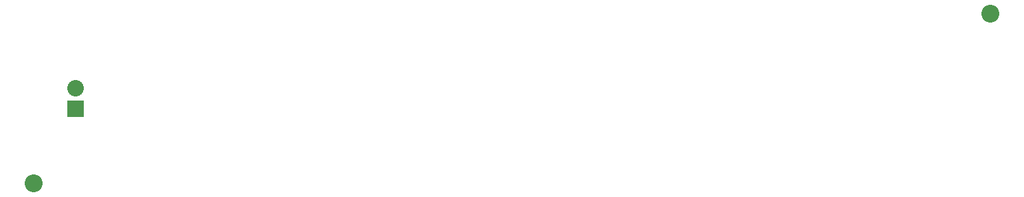
<source format=gbr>
G04 EAGLE Gerber RS-274X export*
G75*
%MOMM*%
%FSLAX34Y34*%
%LPD*%
%INSoldermask Bottom*%
%IPPOS*%
%AMOC8*
5,1,8,0,0,1.08239X$1,22.5*%
G01*
%ADD10C,2.203200*%
%ADD11R,2.036000X2.036000*%
%ADD12C,2.036000*%


D10*
X-20000Y20000D03*
X1160000Y230000D03*
D11*
X32000Y112200D03*
D12*
X32000Y137600D03*
M02*

</source>
